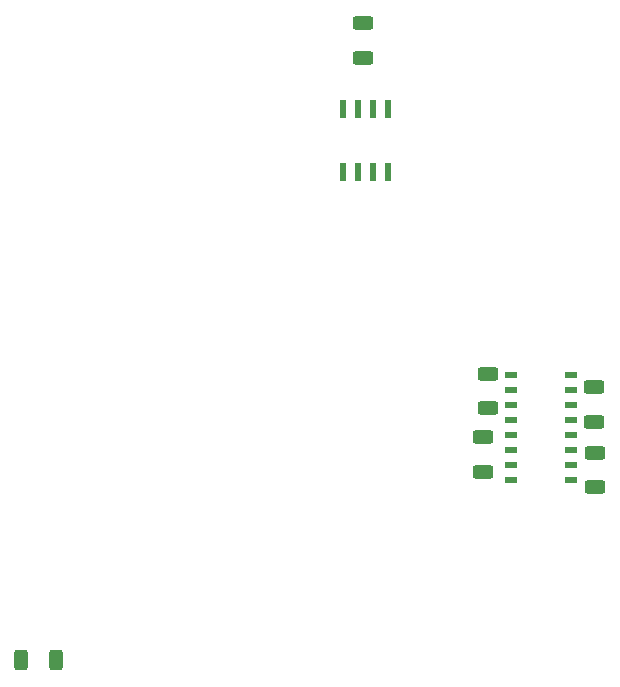
<source format=gtp>
G04 #@! TF.GenerationSoftware,KiCad,Pcbnew,8.0.0*
G04 #@! TF.CreationDate,2024-08-30T13:19:30-05:00*
G04 #@! TF.ProjectId,Rain and Switches Control Board,5261696e-2061-46e6-9420-537769746368,rev?*
G04 #@! TF.SameCoordinates,Original*
G04 #@! TF.FileFunction,Paste,Top*
G04 #@! TF.FilePolarity,Positive*
%FSLAX46Y46*%
G04 Gerber Fmt 4.6, Leading zero omitted, Abs format (unit mm)*
G04 Created by KiCad (PCBNEW 8.0.0) date 2024-08-30 13:19:30*
%MOMM*%
%LPD*%
G01*
G04 APERTURE LIST*
G04 Aperture macros list*
%AMRoundRect*
0 Rectangle with rounded corners*
0 $1 Rounding radius*
0 $2 $3 $4 $5 $6 $7 $8 $9 X,Y pos of 4 corners*
0 Add a 4 corners polygon primitive as box body*
4,1,4,$2,$3,$4,$5,$6,$7,$8,$9,$2,$3,0*
0 Add four circle primitives for the rounded corners*
1,1,$1+$1,$2,$3*
1,1,$1+$1,$4,$5*
1,1,$1+$1,$6,$7*
1,1,$1+$1,$8,$9*
0 Add four rect primitives between the rounded corners*
20,1,$1+$1,$2,$3,$4,$5,0*
20,1,$1+$1,$4,$5,$6,$7,0*
20,1,$1+$1,$6,$7,$8,$9,0*
20,1,$1+$1,$8,$9,$2,$3,0*%
G04 Aperture macros list end*
%ADD10RoundRect,0.250000X-0.625000X0.312500X-0.625000X-0.312500X0.625000X-0.312500X0.625000X0.312500X0*%
%ADD11RoundRect,0.250000X0.312500X0.625000X-0.312500X0.625000X-0.312500X-0.625000X0.312500X-0.625000X0*%
%ADD12R,1.104900X0.508000*%
%ADD13R,0.609600X1.549400*%
G04 APERTURE END LIST*
D10*
X168800000Y-90035000D03*
X168800000Y-92960000D03*
X177870000Y-96750000D03*
X177870000Y-99675000D03*
D11*
X132252500Y-114310000D03*
X129327500Y-114310000D03*
D10*
X177790000Y-91185000D03*
X177790000Y-94110000D03*
X168400000Y-95420000D03*
X168400000Y-98345000D03*
D12*
X175820000Y-99080000D03*
X175820000Y-97810000D03*
X175820000Y-96540000D03*
X175820000Y-95270000D03*
X175820000Y-94000000D03*
X175820000Y-92730000D03*
X175820000Y-91460000D03*
X175820000Y-90190000D03*
X170740000Y-90190000D03*
X170740000Y-91460000D03*
X170740000Y-92730000D03*
X170740000Y-94000000D03*
X170740000Y-95270000D03*
X170740000Y-96540000D03*
X170740000Y-97810000D03*
X170740000Y-99080000D03*
D13*
X156540000Y-73005000D03*
X157810000Y-73005000D03*
X159080000Y-73005000D03*
X160350000Y-73005000D03*
X160350000Y-67605000D03*
X159080000Y-67605000D03*
X157810000Y-67605000D03*
X156540000Y-67605000D03*
D10*
X158230000Y-60357500D03*
X158230000Y-63282500D03*
M02*

</source>
